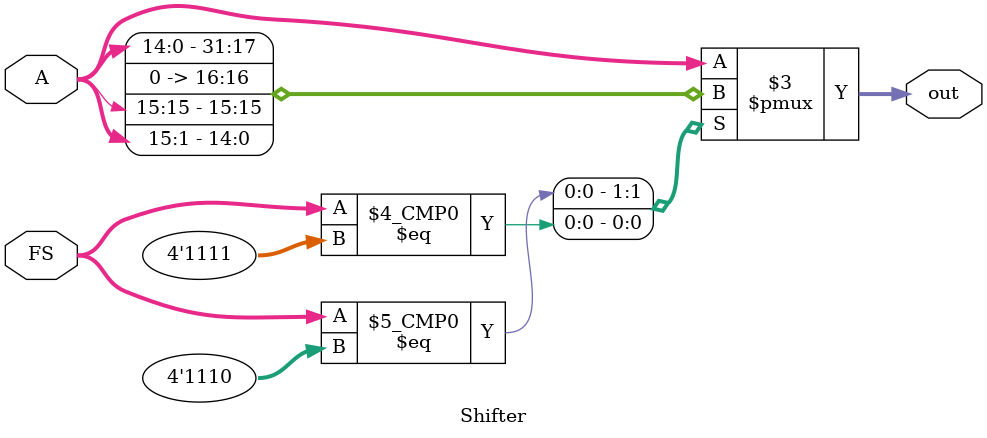
<source format=v>
`timescale 1ns / 1ps


module Shifter(
    input [15:0] A,
    input [3:0] FS,
    output reg [15:0] out
    );
    
    always @(A,FS)
    begin
        case(FS)
        //shift left
        4'b1110:
            out = {A[14:0],1'b0};
        //arithmetic shift right
        4'b1111:
            out = {A[15],A[15:1]};    
        default:
            out = A;
        endcase
    end
endmodule

</source>
